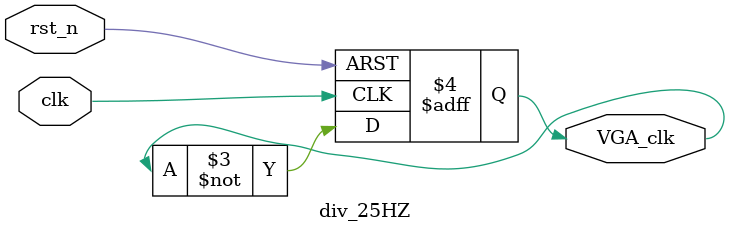
<source format=v>
`timescale 1ns / 1ps
module div_25HZ(
	input				clk,
	input				rst_n,
				
	output	reg			VGA_clk
    );
	
//2分频	
always @(posedge clk or negedge rst_n)begin
	if(!rst_n)
	VGA_clk <= 1'b0;
	else
	VGA_clk	<=	~VGA_clk;
	end
endmodule

</source>
